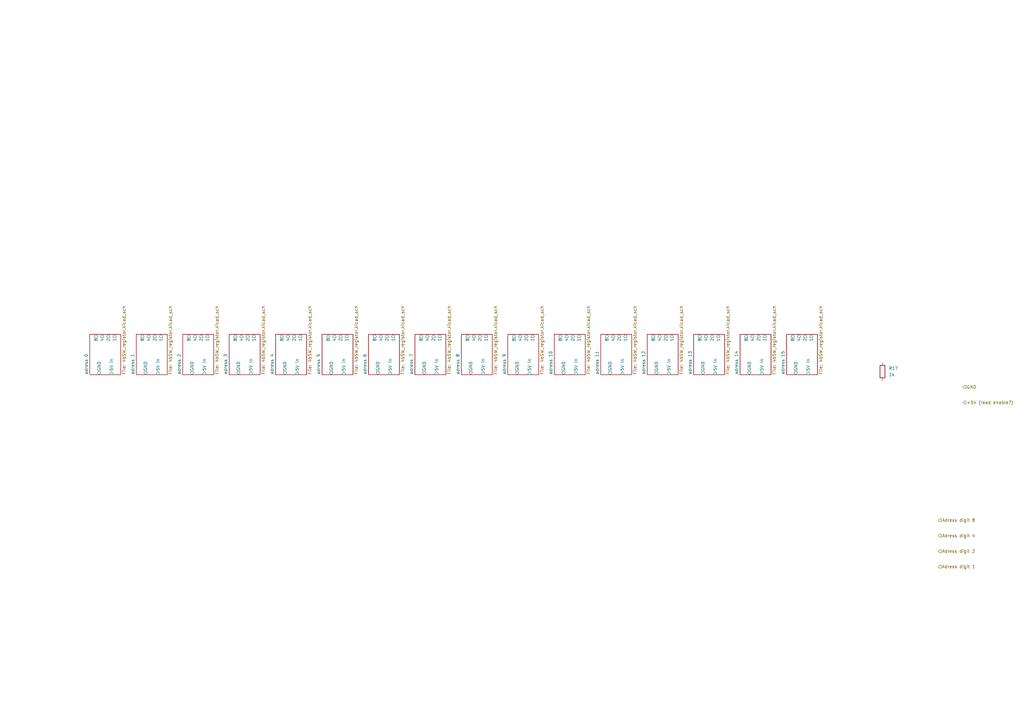
<source format=kicad_sch>
(kicad_sch (version 20231120) (generator "eeschema") (generator_version "8.0")
  (paper "A3")
  (lib_symbols
    (symbol "Device:R" (pin_numbers hide) (pin_names (offset 0))
      (property "Reference" "R" (at 2.032 0 90))
      (property "Value" "R" (at 0 0 90))
      (symbol "R_0_1"
        (rectangle (start -1.016 -2.54) (end 1.016 2.54) (stroke (width 0.254)))
      )
      (symbol "R_1_1"
        (pin passive line (at 0 3.81 270) (length 1.27) (name "~") (number "1"))
        (pin passive line (at 0 -3.81 90) (length 1.27) (name "~") (number "2"))
      )
    )
  )
  (hierarchical_label "+5V (read enable?)" (shape input) (at 394.97 165.1 0))
  (hierarchical_label "GND" (shape input) (at 394.97 158.75 0))
  (hierarchical_label "Adress digit 1" (shape input) (at 384.81 232.41 0))
  (hierarchical_label "Adress digit 4" (shape input) (at 384.81 219.71 0))
  (hierarchical_label "Adress digit 2" (shape input) (at 384.81 226.06 0))
  (hierarchical_label "Adress digit 8" (shape input) (at 384.81 213.36 0))
  (symbol (lib_id "Device:R") (at 361.95 152.4 180) (unit 1)
    (property "Reference" "R17" (at 364.49 151.1299 0) (effects (justify right)))
    (property "Value" "1k" (at 364.49 153.6699 0) (effects (justify right)))
    (property "Description" "Resistor" (effects (hide yes)))
  )
  (sheet (at 74.93 137.16) (size 12.7 16.51) (stroke (width 0.1524))
    (property "Sheetname" "adress 2" (at 74.2184 153.67 90) (effects (justify left bottom)))
    (property "Sheetfile" "4bSW_registor.kicad_sch" (at 88.2146 153.67 90) (effects (justify left top)))
    (pin "5V in" input (at 83.82 153.67 270))
    (pin "2" output (at 82.55 137.16 90))
    (pin "4" output (at 80.01 137.16 90))
    (pin "8" output (at 77.47 137.16 90))
    (pin "1" output (at 85.09 137.16 90))
    (pin "GND" output (at 78.74 153.67 270))
  )
  (sheet (at 151.13 137.16) (size 12.7 16.51) (stroke (width 0.1524))
    (property "Sheetname" "adress 6" (at 150.4184 153.67 90) (effects (justify left bottom)))
    (property "Sheetfile" "4bSW_registor.kicad_sch" (at 164.4146 153.67 90) (effects (justify left top)))
    (pin "5V in" input (at 160.02 153.67 270))
    (pin "2" output (at 158.75 137.16 90))
    (pin "4" output (at 156.21 137.16 90))
    (pin "8" output (at 153.67 137.16 90))
    (pin "1" output (at 161.29 137.16 90))
    (pin "GND" output (at 154.94 153.67 270))
  )
  (sheet (at 265.43 137.16) (size 12.7 16.51) (stroke (width 0.1524))
    (property "Sheetname" "adress 12" (at 264.7184 153.67 90) (effects (justify left bottom)))
    (property "Sheetfile" "4bSW_registor.kicad_sch" (at 278.7146 153.67 90) (effects (justify left top)))
    (pin "5V in" input (at 274.32 153.67 270))
    (pin "2" output (at 273.05 137.16 90))
    (pin "4" output (at 270.51 137.16 90))
    (pin "8" output (at 267.97 137.16 90))
    (pin "1" output (at 275.59 137.16 90))
    (pin "GND" output (at 269.24 153.67 270))
  )
  (sheet (at 227.33 137.16) (size 12.7 16.51) (stroke (width 0.1524))
    (property "Sheetname" "adress 10" (at 226.6184 153.67 90) (effects (justify left bottom)))
    (property "Sheetfile" "4bSW_registor.kicad_sch" (at 240.6146 153.67 90) (effects (justify left top)))
    (pin "5V in" input (at 236.22 153.67 270))
    (pin "2" output (at 234.95 137.16 90))
    (pin "4" output (at 232.41 137.16 90))
    (pin "8" output (at 229.87 137.16 90))
    (pin "1" output (at 237.49 137.16 90))
    (pin "GND" output (at 231.14 153.67 270))
  )
  (sheet (at 36.83 137.16) (size 12.7 16.51) (stroke (width 0.1524))
    (property "Sheetname" "adress 0" (at 36.1184 153.67 90) (effects (justify left bottom)))
    (property "Sheetfile" "4bSW_registor.kicad_sch" (at 50.1146 153.67 90) (effects (justify left top)))
    (pin "5V in" input (at 45.72 153.67 270))
    (pin "2" output (at 44.45 137.16 90))
    (pin "4" output (at 41.91 137.16 90))
    (pin "8" output (at 39.37 137.16 90))
    (pin "1" output (at 46.99 137.16 90))
    (pin "GND" output (at 40.64 153.67 270))
  )
  (sheet (at 303.53 137.16) (size 12.7 16.51) (stroke (width 0.1524))
    (property "Sheetname" "adress 14" (at 302.8184 153.67 90) (effects (justify left bottom)))
    (property "Sheetfile" "4bSW_registor.kicad_sch" (at 316.8146 153.67 90) (effects (justify left top)))
    (pin "5V in" input (at 312.42 153.67 270))
    (pin "2" output (at 311.15 137.16 90))
    (pin "4" output (at 308.61 137.16 90))
    (pin "8" output (at 306.07 137.16 90))
    (pin "1" output (at 313.69 137.16 90))
    (pin "GND" output (at 307.34 153.67 270))
  )
  (sheet (at 246.38 137.16) (size 12.7 16.51) (stroke (width 0.1524))
    (property "Sheetname" "adress 11" (at 245.6684 153.67 90) (effects (justify left bottom)))
    (property "Sheetfile" "4bSW_registor.kicad_sch" (at 259.6646 153.67 90) (effects (justify left top)))
    (pin "5V in" input (at 255.27 153.67 270))
    (pin "2" output (at 254 137.16 90))
    (pin "4" output (at 251.46 137.16 90))
    (pin "8" output (at 248.92 137.16 90))
    (pin "1" output (at 256.54 137.16 90))
    (pin "GND" output (at 250.19 153.67 270))
  )
  (sheet (at 132.08 137.16) (size 12.7 16.51) (stroke (width 0.1524))
    (property "Sheetname" "adress 5" (at 131.3684 153.67 90) (effects (justify left bottom)))
    (property "Sheetfile" "4bSW_registor.kicad_sch" (at 145.3646 153.67 90) (effects (justify left top)))
    (pin "5V in" input (at 140.97 153.67 270))
    (pin "2" output (at 139.7 137.16 90))
    (pin "4" output (at 137.16 137.16 90))
    (pin "8" output (at 134.62 137.16 90))
    (pin "1" output (at 142.24 137.16 90))
    (pin "GND" output (at 135.89 153.67 270))
  )
  (sheet (at 113.03 137.16) (size 12.7 16.51) (stroke (width 0.1524))
    (property "Sheetname" "adress 4" (at 112.3184 153.67 90) (effects (justify left bottom)))
    (property "Sheetfile" "4bSW_registor.kicad_sch" (at 126.3146 153.67 90) (effects (justify left top)))
    (pin "5V in" input (at 121.92 153.67 270))
    (pin "2" output (at 120.65 137.16 90))
    (pin "4" output (at 118.11 137.16 90))
    (pin "8" output (at 115.57 137.16 90))
    (pin "1" output (at 123.19 137.16 90))
    (pin "GND" output (at 116.84 153.67 270))
  )
  (sheet (at 55.88 137.16) (size 12.7 16.51) (stroke (width 0.1524))
    (property "Sheetname" "adress 1" (at 55.1684 153.67 90) (effects (justify left bottom)))
    (property "Sheetfile" "4bSW_registor.kicad_sch" (at 69.1646 153.67 90) (effects (justify left top)))
    (pin "5V in" input (at 64.77 153.67 270))
    (pin "2" output (at 63.5 137.16 90))
    (pin "4" output (at 60.96 137.16 90))
    (pin "8" output (at 58.42 137.16 90))
    (pin "1" output (at 66.04 137.16 90))
    (pin "GND" output (at 59.69 153.67 270))
  )
  (sheet (at 322.58 137.16) (size 12.7 16.51) (stroke (width 0.1524))
    (property "Sheetname" "adress 15" (at 321.8684 153.67 90) (effects (justify left bottom)))
    (property "Sheetfile" "4bSW_registor.kicad_sch" (at 335.8646 153.67 90) (effects (justify left top)))
    (pin "5V in" input (at 331.47 153.67 270))
    (pin "2" output (at 330.2 137.16 90))
    (pin "4" output (at 327.66 137.16 90))
    (pin "8" output (at 325.12 137.16 90))
    (pin "1" output (at 332.74 137.16 90))
    (pin "GND" output (at 326.39 153.67 270))
  )
  (sheet (at 93.98 137.16) (size 12.7 16.51) (stroke (width 0.1524))
    (property "Sheetname" "adress 3" (at 93.2684 153.67 90) (effects (justify left bottom)))
    (property "Sheetfile" "4bSW_registor.kicad_sch" (at 107.2646 153.67 90) (effects (justify left top)))
    (pin "5V in" input (at 102.87 153.67 270))
    (pin "2" output (at 101.6 137.16 90))
    (pin "4" output (at 99.06 137.16 90))
    (pin "8" output (at 96.52 137.16 90))
    (pin "1" output (at 104.14 137.16 90))
    (pin "GND" output (at 97.79 153.67 270))
  )
  (sheet (at 189.23 137.16) (size 12.7 16.51) (stroke (width 0.1524))
    (property "Sheetname" "adress 8" (at 188.5184 153.67 90) (effects (justify left bottom)))
    (property "Sheetfile" "4bSW_registor.kicad_sch" (at 202.5146 153.67 90) (effects (justify left top)))
    (pin "5V in" input (at 198.12 153.67 270))
    (pin "2" output (at 196.85 137.16 90))
    (pin "4" output (at 194.31 137.16 90))
    (pin "8" output (at 191.77 137.16 90))
    (pin "1" output (at 199.39 137.16 90))
    (pin "GND" output (at 193.04 153.67 270))
  )
  (sheet (at 284.48 137.16) (size 12.7 16.51) (stroke (width 0.1524))
    (property "Sheetname" "adress 13" (at 283.7684 153.67 90) (effects (justify left bottom)))
    (property "Sheetfile" "4bSW_registor.kicad_sch" (at 297.7646 153.67 90) (effects (justify left top)))
    (pin "5V in" input (at 293.37 153.67 270))
    (pin "2" output (at 292.1 137.16 90))
    (pin "4" output (at 289.56 137.16 90))
    (pin "8" output (at 287.02 137.16 90))
    (pin "1" output (at 294.64 137.16 90))
    (pin "GND" output (at 288.29 153.67 270))
  )
  (sheet (at 170.18 137.16) (size 12.7 16.51) (stroke (width 0.1524))
    (property "Sheetname" "adress 7" (at 169.4684 153.67 90) (effects (justify left bottom)))
    (property "Sheetfile" "4bSW_registor.kicad_sch" (at 183.4646 153.67 90) (effects (justify left top)))
    (pin "5V in" input (at 179.07 153.67 270))
    (pin "2" output (at 177.8 137.16 90))
    (pin "4" output (at 175.26 137.16 90))
    (pin "8" output (at 172.72 137.16 90))
    (pin "1" output (at 180.34 137.16 90))
    (pin "GND" output (at 173.99 153.67 270))
  )
  (sheet (at 208.28 137.16) (size 12.7 16.51) (stroke (width 0.1524))
    (property "Sheetname" "adress 9" (at 207.5684 153.67 90) (effects (justify left bottom)))
    (property "Sheetfile" "4bSW_registor.kicad_sch" (at 221.5646 153.67 90) (effects (justify left top)))
    (pin "5V in" input (at 217.17 153.67 270))
    (pin "2" output (at 215.9 137.16 90))
    (pin "4" output (at 213.36 137.16 90))
    (pin "8" output (at 210.82 137.16 90))
    (pin "1" output (at 218.44 137.16 90))
    (pin "GND" output (at 212.09 153.67 270))
  )
)
</source>
